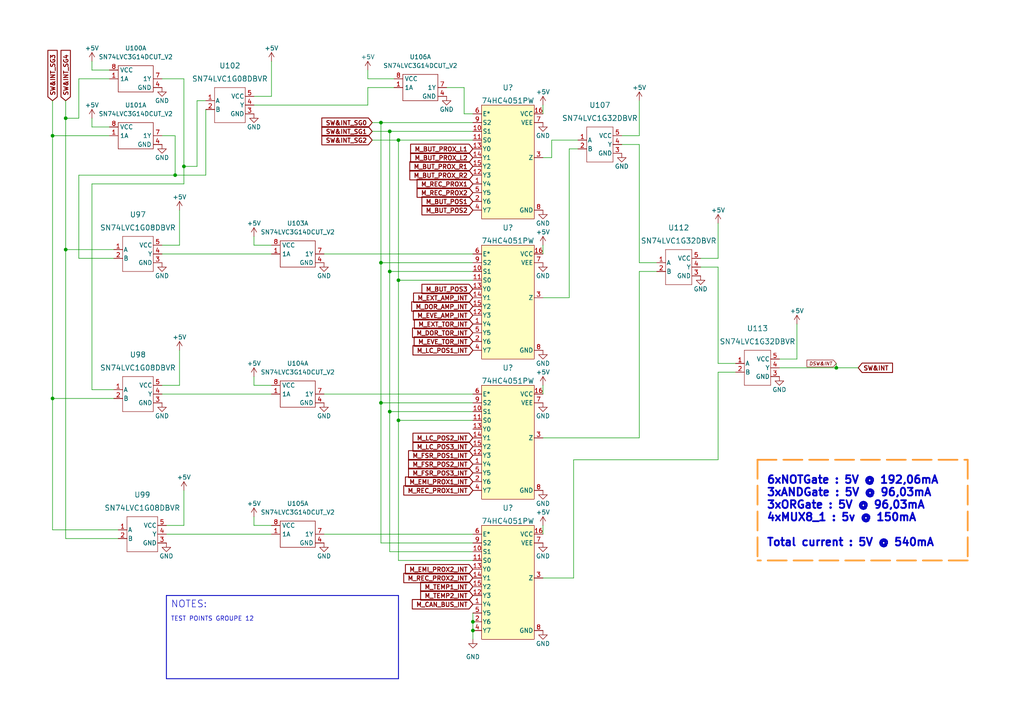
<source format=kicad_sch>
(kicad_sch (version 20211123) (generator eeschema)
  (paper "A4")
  (title_block (title "BUMBLEBEE") (date "2024-01-15") (rev "1.00") (company "ExoFlex") (comment 1 "Bumblebee"))
  (lib_symbols
    (symbol "SymLib:74HC4051PW" (pin_names (offset 0.254))
      (property "Reference" "U" (at 21.59 10.16 0))
      (property "Value" "74HC4051PW" (at 22.86 6.35 0))
      (symbol "74HC4051PW_0_0"
        (rectangle (start 15.24 5.08) (end 30.48 -27.94) (fill (type background)))
      )
      (symbol "74HC4051PW_0_1"
        (pin bidirectional line (at 12.7 -17.78 0) (length 2.54) (name "Y4") (number "1"))
        (pin input line (at 12.7 -2.54 0) (length 2.54) (name "S1") (number "10"))
        (pin input line (at 12.7 -5.08 0) (length 2.54) (name "S0") (number "11"))
        (pin bidirectional line (at 12.7 -15.24 0) (length 2.54) (name "Y3") (number "12"))
        (pin bidirectional line (at 12.7 -7.62 0) (length 2.54) (name "Y0") (number "13"))
        (pin bidirectional line (at 12.7 -10.16 0) (length 2.54) (name "Y1") (number "14"))
        (pin bidirectional line (at 12.7 -12.7 0) (length 2.54) (name "Y2") (number "15"))
        (pin power_in line (at 33.02 2.54 180) (length 2.54) (name "VCC") (number "16"))
        (pin bidirectional line (at 12.7 -22.86 0) (length 2.54) (name "Y6") (number "2"))
        (pin bidirectional line (at 33.02 -10.16 180) (length 2.54) (name "Z") (number "3"))
        (pin bidirectional line (at 12.7 -25.4 0) (length 2.54) (name "Y7") (number "4"))
        (pin bidirectional line (at 12.7 -20.32 0) (length 2.54) (name "Y5") (number "5"))
        (pin input line (at 12.7 2.54 0) (length 2.54) (name "E*") (number "6"))
        (pin power_in line (at 33.02 0 180) (length 2.54) (name "VEE") (number "7"))
        (pin power_in line (at 33.02 -25.4 180) (length 2.54) (name "GND") (number "8"))
        (pin input line (at 12.7 0 0) (length 2.54) (name "S2") (number "9"))
      )
    )
    (symbol "SymLib:SN74LVC1G08DBVR" (pin_names (offset 0.254))
      (property "Reference" "U" (at 25.4 10.16 0))
      (property "Value" "SN74LVC1G08DBVR" (at 25.4 7.62 0))
      (symbol "SN74LVC1G08DBVR_0_1"
        (polyline (pts (xy 20.32 -7.62) (xy 29.21 -7.62)) (stroke (width 0.127)))
        (polyline (pts (xy 20.32 2.54) (xy 20.32 -7.62)) (stroke (width 0.127)))
        (polyline (pts (xy 29.21 -7.62) (xy 29.21 2.54)) (stroke (width 0.127)))
        (polyline (pts (xy 29.21 2.54) (xy 20.32 2.54)) (stroke (width 0.127)))
        (pin input line (at 17.78 -1.27 0) (length 2.54) (name "A") (number "1"))
        (pin input line (at 17.78 -3.81 0) (length 2.54) (name "B") (number "2"))
        (pin power_in line (at 31.75 -5.08 180) (length 2.54) (name "GND") (number "3"))
        (pin output line (at 31.75 -2.54 180) (length 2.54) (name "Y") (number "4"))
        (pin power_in line (at 31.75 0 180) (length 2.54) (name "VCC") (number "5"))
      )
    )
    (symbol "SymLib:SN74LVC1G32DBVR" (pin_names (offset 0.254))
      (property "Reference" "U" (at 25.4 10.16 0))
      (property "Value" "SN74LVC1G32DBVR" (at 25.4 7.62 0))
      (symbol "SN74LVC1G32DBVR_0_1"
        (polyline (pts (xy 21.59 -7.62) (xy 29.21 -7.62)) (stroke (width 0.127)))
        (polyline (pts (xy 21.59 2.54) (xy 21.59 -7.62)) (stroke (width 0.127)))
        (polyline (pts (xy 29.21 -7.62) (xy 29.21 2.54)) (stroke (width 0.127)))
        (polyline (pts (xy 29.21 2.54) (xy 21.59 2.54)) (stroke (width 0.127)))
        (pin input line (at 19.05 -1.27 0) (length 2.54) (name "A") (number "1"))
        (pin input line (at 19.05 -3.81 0) (length 2.54) (name "B") (number "2"))
        (pin power_in line (at 31.75 -5.08 180) (length 2.54) (name "GND") (number "3"))
        (pin output line (at 31.75 -2.54 180) (length 2.54) (name "Y") (number "4"))
        (pin power_in line (at 31.75 0 180) (length 2.54) (name "VCC") (number "5"))
      )
    )
    (symbol "SymLib:SN74LVC3G14DCUT_V2"
      (property "Reference" "U" (at -3.81 5.08 0))
      (property "Value" "SN74LVC3G14DCUT_V2" (at 0 -5.08 0))
      (symbol "SN74LVC3G14DCUT_V2_0_1"
        (rectangle (start -5.08 -3.81) (end 5.08 -3.81))
        (rectangle (start -5.08 3.81) (end -5.08 -3.81))
        (rectangle (start -5.08 3.81) (end 5.08 3.81))
        (rectangle (start 5.08 3.81) (end 5.08 -3.81))
      )
      (symbol "SN74LVC3G14DCUT_V2_1_1"
        (pin bidirectional line (at -7.62 0 0) (length 2.54) (name "1A") (number "1"))
        (pin bidirectional line (at 7.62 -2.54 180) (length 2.54) (name "GND") (number "4"))
        (pin output line (at 7.62 0 180) (length 2.54) (name "1Y") (number "7"))
        (pin bidirectional line (at -7.62 2.54 0) (length 2.54) (name "VCC") (number "8"))
      )
      (symbol "SN74LVC3G14DCUT_V2_2_1"
        (pin bidirectional line (at -7.62 0 0) (length 2.54) (name "2A") (number "3"))
        (pin output line (at 7.62 0 180) (length 2.54) (name "2Y") (number "5"))
      )
      (symbol "SN74LVC3G14DCUT_V2_3_1"
        (pin output line (at 7.62 0 180) (length 2.54) (name "3Y") (number "2"))
        (pin bidirectional line (at -7.62 0 0) (length 2.54) (name "3A") (number "6"))
      )
    )
    (symbol "power:+5V" (power) (pin_names (offset 0))
      (property "Value" "+5V" (at 0 3.556 0))
      (symbol "+5V_0_1"
        (polyline (pts (xy -0.762 1.27) (xy 0 2.54)))
        (polyline (pts (xy 0 0) (xy 0 2.54)))
        (polyline (pts (xy 0 2.54) (xy 0.762 1.27)))
      )
      (symbol "+5V_1_1"
        (pin power_in line (at 0 0 90) (length 0) hide (name "+5V") (number "1"))
      )
    )
    (symbol "power:GND" (power) (pin_names (offset 0))
      (property "Value" "GND" (at 0 -3.81 0))
      (symbol "GND_0_1"
        (polyline (pts (xy 0 0) (xy 0 -1.27) (xy 1.27 -1.27) (xy 0 -2.54) (xy -1.27 -1.27) (xy 0 -1.27)))
      )
      (symbol "GND_1_1"
        (pin power_in line (at 0 0 270) (length 0) hide (name "GND") (number "1"))
      )
    )
  )
  (junction (at 137.16 180.34))
  (junction (at 115.57 40.64))
  (junction (at 50.8 50.8))
  (junction (at 113.03 119.38))
  (junction (at 15.24 39.37))
  (junction (at 113.03 38.1))
  (junction (at 19.05 34.29))
  (junction (at 115.57 81.28))
  (junction (at 242.57 106.68))
  (junction (at 110.49 35.56))
  (junction (at 110.49 116.84))
  (junction (at 19.05 72.39))
  (junction (at 53.34 48.26))
  (junction (at 137.16 182.88))
  (junction (at 115.57 121.92))
  (junction (at 110.49 76.2))
  (junction (at 15.24 115.57))
  (junction (at 113.03 78.74))
  (wire (pts (xy 93.98 114.3) (xy 137.16 114.3)))
  (wire (pts (xy 231.14 93.98) (xy 231.14 104.14)))
  (wire (pts (xy 53.34 53.34) (xy 26.67 53.34)))
  (wire (pts (xy 134.62 25.4) (xy 134.62 33.02)))
  (wire (pts (xy 73.66 111.76) (xy 78.74 111.76)))
  (wire (pts (xy 110.49 116.84) (xy 110.49 157.48)))
  (wire (pts (xy 15.24 39.37) (xy 15.24 115.57)))
  (wire (pts (xy 110.49 157.48) (xy 137.16 157.48)))
  (wire (pts (xy 46.99 114.3) (xy 78.74 114.3)))
  (wire (pts (xy 15.24 153.67) (xy 34.29 153.67)))
  (wire (pts (xy 26.67 113.03) (xy 33.02 113.03)))
  (polyline (pts (xy 48.26 172.72) (xy 48.26 196.85)) (stroke (width 0.25) (type solid)))
  (wire (pts (xy 73.66 30.48) (xy 106.68 30.48)))
  (wire (pts (xy 53.34 142.24) (xy 53.34 152.4)))
  (wire (pts (xy 180.34 41.91) (xy 185.42 41.91)))
  (wire (pts (xy 242.57 105.41) (xy 242.57 106.68)))
  (polyline (pts (xy 219.71 133.35) (xy 280.67 133.35)) (stroke (width 0.5) (type dash) (color 255 148 44 1)))
  (wire (pts (xy 115.57 81.28) (xy 115.57 121.92)))
  (wire (pts (xy 50.8 50.8) (xy 59.69 50.8)))
  (wire (pts (xy 19.05 34.29) (xy 19.05 72.39)))
  (wire (pts (xy 134.62 33.02) (xy 137.16 33.02)))
  (wire (pts (xy 15.24 115.57) (xy 33.02 115.57)))
  (wire (pts (xy 113.03 160.02) (xy 137.16 160.02)))
  (wire (pts (xy 46.99 22.86) (xy 53.34 22.86)))
  (wire (pts (xy 166.37 133.35) (xy 166.37 167.64)))
  (wire (pts (xy 78.74 17.78) (xy 78.74 27.94)))
  (wire (pts (xy 73.66 68.58) (xy 73.66 71.12)))
  (wire (pts (xy 22.86 22.86) (xy 31.75 22.86)))
  (wire (pts (xy 160.02 40.64) (xy 160.02 45.72)))
  (wire (pts (xy 73.66 27.94) (xy 78.74 27.94)))
  (wire (pts (xy 52.07 101.6) (xy 52.07 111.76)))
  (wire (pts (xy 113.03 38.1) (xy 113.03 78.74)))
  (wire (pts (xy 26.67 36.83) (xy 31.75 36.83)))
  (wire (pts (xy 22.86 50.8) (xy 22.86 74.93)))
  (wire (pts (xy 106.68 20.32) (xy 106.68 22.86)))
  (wire (pts (xy 113.03 78.74) (xy 113.03 119.38)))
  (wire (pts (xy 208.28 77.47) (xy 208.28 105.41)))
  (wire (pts (xy 73.66 71.12) (xy 78.74 71.12)))
  (wire (pts (xy 26.67 17.78) (xy 26.67 20.32)))
  (wire (pts (xy 22.86 50.8) (xy 50.8 50.8)))
  (wire (pts (xy 203.2 74.93) (xy 208.28 74.93)))
  (wire (pts (xy 185.42 78.74) (xy 185.42 127)))
  (wire (pts (xy 137.16 180.34) (xy 137.16 182.88)))
  (wire (pts (xy 19.05 72.39) (xy 33.02 72.39)))
  (wire (pts (xy 53.34 22.86) (xy 53.34 48.26)))
  (wire (pts (xy 52.07 60.96) (xy 52.07 71.12)))
  (wire (pts (xy 50.8 39.37) (xy 50.8 50.8)))
  (wire (pts (xy 129.54 25.4) (xy 134.62 25.4)))
  (wire (pts (xy 107.95 38.1) (xy 113.03 38.1)))
  (wire (pts (xy 26.67 20.32) (xy 31.75 20.32)))
  (wire (pts (xy 226.06 106.68) (xy 242.57 106.68)))
  (wire (pts (xy 46.99 73.66) (xy 78.74 73.66)))
  (wire (pts (xy 19.05 72.39) (xy 19.05 156.21)))
  (wire (pts (xy 213.36 107.95) (xy 208.28 107.95)))
  (wire (pts (xy 57.15 48.26) (xy 53.34 48.26)))
  (wire (pts (xy 157.48 111.76) (xy 157.48 114.3)))
  (polyline (pts (xy 115.57 172.72) (xy 115.57 196.85)) (stroke (width 0.25) (type solid)))
  (wire (pts (xy 137.16 177.8) (xy 137.16 180.34)))
  (wire (pts (xy 59.69 29.21) (xy 57.15 29.21)))
  (polyline (pts (xy 280.67 133.35) (xy 280.67 162.56)) (stroke (width 0.5) (type dash) (color 255 148 44 1)))
  (wire (pts (xy 93.98 73.66) (xy 137.16 73.66)))
  (wire (pts (xy 57.15 29.21) (xy 57.15 48.26)))
  (wire (pts (xy 110.49 76.2) (xy 110.49 116.84)))
  (wire (pts (xy 157.48 71.12) (xy 157.48 73.66)))
  (wire (pts (xy 157.48 152.4) (xy 157.48 154.94)))
  (wire (pts (xy 208.28 107.95) (xy 208.28 133.35)))
  (wire (pts (xy 203.2 77.47) (xy 208.28 77.47)))
  (wire (pts (xy 115.57 121.92) (xy 137.16 121.92)))
  (wire (pts (xy 26.67 53.34) (xy 26.67 113.03)))
  (wire (pts (xy 110.49 35.56) (xy 110.49 76.2)))
  (wire (pts (xy 226.06 104.14) (xy 231.14 104.14)))
  (wire (pts (xy 115.57 40.64) (xy 115.57 81.28)))
  (wire (pts (xy 165.1 43.18) (xy 165.1 86.36)))
  (wire (pts (xy 113.03 119.38) (xy 137.16 119.38)))
  (wire (pts (xy 106.68 22.86) (xy 114.3 22.86)))
  (wire (pts (xy 160.02 45.72) (xy 157.48 45.72)))
  (wire (pts (xy 137.16 182.88) (xy 137.16 185.42)))
  (wire (pts (xy 26.67 34.29) (xy 26.67 36.83)))
  (wire (pts (xy 107.95 35.56) (xy 110.49 35.56)))
  (wire (pts (xy 110.49 35.56) (xy 137.16 35.56)))
  (wire (pts (xy 59.69 50.8) (xy 59.69 31.75)))
  (wire (pts (xy 22.86 22.86) (xy 22.86 34.29)))
  (polyline (pts (xy 280.67 162.56) (xy 219.71 162.56)) (stroke (width 0.5) (type dash) (color 255 148 44 1)))
  (wire (pts (xy 110.49 76.2) (xy 137.16 76.2)))
  (wire (pts (xy 242.57 106.68) (xy 248.92 106.68)))
  (wire (pts (xy 19.05 29.21) (xy 19.05 34.29)))
  (wire (pts (xy 46.99 71.12) (xy 52.07 71.12)))
  (wire (pts (xy 157.48 127) (xy 185.42 127)))
  (wire (pts (xy 208.28 105.41) (xy 213.36 105.41)))
  (wire (pts (xy 22.86 74.93) (xy 33.02 74.93)))
  (wire (pts (xy 208.28 133.35) (xy 166.37 133.35)))
  (wire (pts (xy 106.68 25.4) (xy 114.3 25.4)))
  (wire (pts (xy 167.64 43.18) (xy 165.1 43.18)))
  (wire (pts (xy 190.5 78.74) (xy 185.42 78.74)))
  (wire (pts (xy 107.95 40.64) (xy 115.57 40.64)))
  (polyline (pts (xy 219.71 133.35) (xy 219.71 162.56)) (stroke (width 0.5) (type dash) (color 255 148 44 1)))
  (wire (pts (xy 165.1 86.36) (xy 157.48 86.36)))
  (wire (pts (xy 185.42 29.21) (xy 185.42 39.37)))
  (wire (pts (xy 46.99 111.76) (xy 52.07 111.76)))
  (wire (pts (xy 73.66 152.4) (xy 78.74 152.4)))
  (wire (pts (xy 15.24 115.57) (xy 15.24 153.67)))
  (wire (pts (xy 208.28 64.77) (xy 208.28 74.93)))
  (wire (pts (xy 53.34 48.26) (xy 53.34 53.34)))
  (wire (pts (xy 19.05 156.21) (xy 34.29 156.21)))
  (wire (pts (xy 15.24 29.21) (xy 15.24 39.37)))
  (wire (pts (xy 115.57 162.56) (xy 137.16 162.56)))
  (wire (pts (xy 115.57 40.64) (xy 137.16 40.64)))
  (wire (pts (xy 113.03 38.1) (xy 137.16 38.1)))
  (wire (pts (xy 113.03 119.38) (xy 113.03 160.02)))
  (wire (pts (xy 137.16 78.74) (xy 113.03 78.74)))
  (wire (pts (xy 73.66 149.86) (xy 73.66 152.4)))
  (polyline (pts (xy 48.26 172.72) (xy 115.57 172.72)) (stroke (width 0.25) (type solid)))
  (wire (pts (xy 115.57 121.92) (xy 115.57 162.56)))
  (wire (pts (xy 22.86 34.29) (xy 19.05 34.29)))
  (wire (pts (xy 110.49 116.84) (xy 137.16 116.84)))
  (wire (pts (xy 48.26 152.4) (xy 53.34 152.4)))
  (wire (pts (xy 48.26 154.94) (xy 78.74 154.94)))
  (wire (pts (xy 73.66 109.22) (xy 73.66 111.76)))
  (wire (pts (xy 157.48 30.48) (xy 157.48 33.02)))
  (wire (pts (xy 167.64 40.64) (xy 160.02 40.64)))
  (wire (pts (xy 15.24 39.37) (xy 31.75 39.37)))
  (wire (pts (xy 166.37 167.64) (xy 157.48 167.64)))
  (wire (pts (xy 115.57 81.28) (xy 137.16 81.28)))
  (wire (pts (xy 185.42 76.2) (xy 190.5 76.2)))
  (wire (pts (xy 46.99 39.37) (xy 50.8 39.37)))
  (wire (pts (xy 93.98 154.94) (xy 137.16 154.94)))
  (wire (pts (xy 106.68 30.48) (xy 106.68 25.4)))
  (wire (pts (xy 185.42 41.91) (xy 185.42 76.2)))
  (polyline (pts (xy 115.57 196.85) (xy 48.26 196.85)) (stroke (width 0.25) (type solid)))
  (wire (pts (xy 180.34 39.37) (xy 185.42 39.37)))
  (text "TEST POINTS GROUPE 12" (at 49.53 180.34 0) (effects (font (size 1.27 1.27)) (justify left bottom)))
  (text "6xNOTGate : 5V @ 192,06mA\n3xANDGate : 5V @ 96,03mA\n3xORGate : 5V @ 96,03mA\n4xMUX8_1 : 5v @ 150mA\n\nTotal current : 5V @ 540mA" (at 222.25 158.75 0) (effects (font (size 2.25 2.25) (thickness 0.5) bold) (justify left bottom)))
  (text "NOTES:" (at 49.53 176.53 0) (effects (font (size 2 2)) (justify left bottom)))
  (global_label "DSW&INT" (shape input) (at 242.57 105.41 180) (effects (font (size 1 1) italic)) (property "Intersheet References" "${INTERSHEET_REFS}" (effects hide)))
  (global_label "M_LC_POS1_INT" (shape input) (at 137.16 101.6 180) (effects (font bold)) (property "Intersheet References" "${INTERSHEET_REFS}" (effects hide)))
  (global_label "M_EMI_PROX2_INT" (shape input) (at 137.16 165.1 180) (effects (font bold)) (property "Intersheet References" "${INTERSHEET_REFS}" (effects hide)))
  (global_label "M_TEMP2_INT" (shape input) (at 137.16 172.72 180) (effects (font bold)) (property "Intersheet References" "${INTERSHEET_REFS}" (effects hide)))
  (global_label "M_REC_PROX1" (shape input) (at 137.16 53.34 180) (effects (font (thickness 0.254) bold)) (property "Intersheet References" "${INTERSHEET_REFS}" (effects hide)))
  (global_label "M_DOR_TOR_INT" (shape input) (at 137.16 96.52 180) (effects (font (thickness 0.254) bold)) (property "Intersheet References" "${INTERSHEET_REFS}" (effects hide)))
  (global_label "SW&INT_SG2" (shape input) (at 107.95 40.64 180) (effects (font (thickness 0.254) bold)) (property "Intersheet References" "${INTERSHEET_REFS}" (effects hide)))
  (global_label "M_TEMP1_INT" (shape input) (at 137.16 170.18 180) (effects (font bold)) (property "Intersheet References" "${INTERSHEET_REFS}" (effects hide)))
  (global_label "SW&INT_SG3" (shape input) (at 15.24 29.21 90) (effects (font (thickness 0.254) bold)) (property "Intersheet References" "${INTERSHEET_REFS}" (effects hide)))
  (global_label "M_REC_PROX1_INT" (shape input) (at 137.16 142.24 180) (effects (font bold)) (property "Intersheet References" "${INTERSHEET_REFS}" (effects hide)))
  (global_label "M_LC_POS3_INT" (shape input) (at 137.16 129.54 180) (effects (font bold)) (property "Intersheet References" "${INTERSHEET_REFS}" (effects hide)))
  (global_label "SW&INT_SG0" (shape input) (at 107.95 35.56 180) (effects (font (thickness 0.254) bold)) (property "Intersheet References" "${INTERSHEET_REFS}" (effects hide)))
  (global_label "M_EXT_AMP_INT" (shape input) (at 137.16 86.36 180) (effects (font (thickness 0.254) bold)) (property "Intersheet References" "${INTERSHEET_REFS}" (effects hide)))
  (global_label "M_LC_POS2_INT" (shape input) (at 137.16 127 180) (effects (font bold)) (property "Intersheet References" "${INTERSHEET_REFS}" (effects hide)))
  (global_label "M_REC_PROX2_INT" (shape input) (at 137.16 167.64 180) (effects (font bold)) (property "Intersheet References" "${INTERSHEET_REFS}" (effects hide)))
  (global_label "M_FSR_POS1_INT" (shape input) (at 137.16 132.08 180) (effects (font (thickness 0.254) bold)) (property "Intersheet References" "${INTERSHEET_REFS}" (effects hide)))
  (global_label "M_EXT_TOR_INT" (shape input) (at 137.16 93.98 180) (effects (font (thickness 0.254) bold)) (property "Intersheet References" "${INTERSHEET_REFS}" (effects hide)))
  (global_label "SW&INT" (shape input) (at 248.92 106.68 0) (effects (font (thickness 0.254) bold)) (property "Intersheet References" "${INTERSHEET_REFS}" (effects hide)))
  (global_label "M_EVE_AMP_INT" (shape input) (at 137.16 91.44 180) (effects (font (thickness 0.254) bold)) (property "Intersheet References" "${INTERSHEET_REFS}" (effects hide)))
  (global_label "M_EMI_PROX1_INT" (shape input) (at 137.16 139.7 180) (effects (font bold)) (property "Intersheet References" "${INTERSHEET_REFS}" (effects hide)))
  (global_label "M_BUT_PROX_R1" (shape input) (at 137.16 48.26 180) (effects (font (thickness 0.254) bold)) (property "Intersheet References" "${INTERSHEET_REFS}" (effects hide)))
  (global_label "M_EVE_TOR_INT" (shape input) (at 137.16 99.06 180) (effects (font (thickness 0.254) bold)) (property "Intersheet References" "${INTERSHEET_REFS}" (effects hide)))
  (global_label "M_REC_PROX2" (shape input) (at 137.16 55.88 180) (effects (font (thickness 0.254) bold)) (property "Intersheet References" "${INTERSHEET_REFS}" (effects hide)))
  (global_label "M_BUT_PROX_R2" (shape input) (at 137.16 50.8 180) (effects (font (thickness 0.254) bold)) (property "Intersheet References" "${INTERSHEET_REFS}" (effects hide)))
  (global_label "M_FSR_POS2_INT" (shape input) (at 137.16 134.62 180) (effects (font (thickness 0.254) bold)) (property "Intersheet References" "${INTERSHEET_REFS}" (effects hide)))
  (global_label "M_BUT_POS3" (shape input) (at 137.16 83.82 180) (effects (font (thickness 0.254) bold)) (property "Intersheet References" "${INTERSHEET_REFS}" (effects hide)))
  (global_label "SW&INT_SG4" (shape input) (at 19.05 29.21 90) (effects (font (thickness 0.254) bold)) (property "Intersheet References" "${INTERSHEET_REFS}" (effects hide)))
  (global_label "M_FSR_POS3_INT" (shape input) (at 137.16 137.16 180) (effects (font (thickness 0.254) bold)) (property "Intersheet References" "${INTERSHEET_REFS}" (effects hide)))
  (global_label "M_DOR_AMP_INT" (shape input) (at 137.16 88.9 180) (effects (font (thickness 0.254) bold)) (property "Intersheet References" "${INTERSHEET_REFS}" (effects hide)))
  (global_label "M_BUT_PROX_L2" (shape input) (at 137.16 45.72 180) (effects (font (thickness 0.254) bold)) (property "Intersheet References" "${INTERSHEET_REFS}" (effects hide)))
  (global_label "M_CAN_BUS_INT" (shape input) (at 137.16 175.26 180) (effects (font bold)) (property "Intersheet References" "${INTERSHEET_REFS}" (effects hide)))
  (global_label "M_BUT_POS1" (shape input) (at 137.16 58.42 180) (effects (font (thickness 0.254) bold)) (property "Intersheet References" "${INTERSHEET_REFS}" (effects hide)))
  (global_label "M_BUT_PROX_L1" (shape input) (at 137.16 43.18 180) (effects (font (thickness 0.254) bold)) (property "Intersheet References" "${INTERSHEET_REFS}" (effects hide)))
  (global_label "SW&INT_SG1" (shape input) (at 107.95 38.1 180) (effects (font (thickness 0.254) bold)) (property "Intersheet References" "${INTERSHEET_REFS}" (effects hide)))
  (global_label "M_BUT_POS2" (shape input) (at 137.16 60.96 180) (effects (font (thickness 0.254) bold)) (property "Intersheet References" "${INTERSHEET_REFS}" (effects hide)))
  (symbol (lib_id "power:+5V") (at 106.68 20.32 0) (unit 1)
    (property "Reference" "#PWR0491" (effects hide))
    (property "Value" "+5V" (at 106.68 16.51 0))
  )
  (symbol (lib_id "power:GND") (at 157.48 35.56 0) (unit 1)
    (property "Reference" "#PWR?" (effects hide))
    (property "Value" "GND" (at 157.48 39.37 0))
  )
  (symbol (lib_id "power:GND") (at 203.2 80.01 0) (unit 1)
    (property "Reference" "#PWR0504" (effects hide))
    (property "Value" "GND" (at 203.2 83.82 0))
  )
  (symbol (lib_id "SymLib:SN74LVC3G14DCUT_V2") (at 121.92 25.4 0) (unit 1)
    (property "Reference" "U106" (at 121.92 16.51 0))
    (property "Value" "SN74LVC3G14DCUT_V2" (at 121.92 19.05 0))
    (property "Footprint" "FootPrint:SN74LVC3G14DCUT" (effects hide))
  )
  (symbol (lib_id "SymLib:SN74LVC1G08DBVR") (at 16.51 152.4 0) (unit 1)
    (property "Reference" "U99" (at 41.275 143.51 0) (effects (font (size 1.524 1.524))))
    (property "Value" "SN74LVC1G08DBVR" (at 41.275 147.32 0) (effects (font (size 1.524 1.524))))
    (property "Footprint" "FootPrint:SOT95P270X145-5N" (effects hide))
  )
  (symbol (lib_id "power:+5V") (at 157.48 30.48 0) (unit 1)
    (property "Reference" "#PWR0495" (effects hide))
    (property "Value" "+5V" (at 157.48 26.67 0))
  )
  (symbol (lib_id "power:GND") (at 93.98 157.48 0) (unit 1)
    (property "Reference" "#PWR0490" (effects hide))
    (property "Value" "GND" (at 93.98 161.29 0))
  )
  (symbol (lib_id "power:+5V") (at 52.07 60.96 0) (unit 1)
    (property "Reference" "#PWR0480" (effects hide))
    (property "Value" "+5V" (at 52.07 57.15 0))
  )
  (symbol (lib_id "power:GND") (at 93.98 116.84 0) (unit 1)
    (property "Reference" "#PWR0489" (effects hide))
    (property "Value" "GND" (at 93.98 120.65 0))
  )
  (symbol (lib_id "power:GND") (at 157.48 101.6 0) (unit 1)
    (property "Reference" "#PWR0497" (effects hide))
    (property "Value" "GND" (at 157.48 105.41 0))
  )
  (symbol (lib_id "SymLib:74HC4051PW") (at 124.46 157.48 0) (unit 1)
    (property "Reference" "U?" (at 147.32 147.32 0) (effects (font (size 1.524 1.524))))
    (property "Value" "74HC4051PW" (at 147.32 151.13 0) (effects (font (size 1.524 1.524))))
    (property "Footprint" "FootPrint:SOT403-1_NXP" (effects hide))
    (property "Datasheet" "74HC4051PW" (effects hide))
  )
  (symbol (lib_id "power:GND") (at 46.99 41.91 0) (unit 1)
    (property "Reference" "#PWR0476" (effects hide))
    (property "Value" "GND" (at 46.99 45.72 0))
  )
  (symbol (lib_id "power:GND") (at 157.48 142.24 0) (unit 1)
    (property "Reference" "#PWR0499" (effects hide))
    (property "Value" "GND" (at 157.48 146.05 0))
  )
  (symbol (lib_id "power:+5V") (at 52.07 101.6 0) (unit 1)
    (property "Reference" "#PWR0481" (effects hide))
    (property "Value" "+5V" (at 52.07 97.79 0))
  )
  (symbol (lib_id "SymLib:SN74LVC3G14DCUT_V2") (at 86.36 114.3 0) (unit 1)
    (property "Reference" "U104" (at 86.36 105.41 0))
    (property "Value" "SN74LVC3G14DCUT_V2" (at 86.36 107.95 0))
    (property "Footprint" "FootPrint:SN74LVC3G14DCUT" (effects hide))
  )
  (symbol (lib_id "power:GND") (at 46.99 76.2 0) (unit 1)
    (property "Reference" "#PWR0477" (effects hide))
    (property "Value" "GND" (at 46.99 80.01 0))
  )
  (symbol (lib_id "power:+5V") (at 73.66 109.22 0) (unit 1)
    (property "Reference" "#PWR0485" (effects hide))
    (property "Value" "+5V" (at 73.66 105.41 0))
  )
  (symbol (lib_id "SymLib:74HC4051PW") (at 124.46 35.56 0) (unit 1)
    (property "Reference" "U?" (at 147.32 25.4 0) (effects (font (size 1.524 1.524))))
    (property "Value" "74HC4051PW" (at 147.32 29.21 0) (effects (font (size 1.524 1.524))))
    (property "Footprint" "FootPrint:SOT403-1_NXP" (effects hide))
    (property "Datasheet" "74HC4051PW" (effects hide))
  )
  (symbol (lib_id "power:GND") (at 157.48 116.84 0) (unit 1)
    (property "Reference" "#PWR?" (effects hide))
    (property "Value" "GND" (at 157.48 120.65 0))
  )
  (symbol (lib_id "SymLib:SN74LVC1G08DBVR") (at 41.91 27.94 0) (unit 1)
    (property "Reference" "U102" (at 66.675 19.05 0) (effects (font (size 1.524 1.524))))
    (property "Value" "SN74LVC1G08DBVR" (at 66.675 22.86 0) (effects (font (size 1.524 1.524))))
    (property "Footprint" "FootPrint:SOT95P270X145-5N" (effects hide))
  )
  (symbol (lib_id "power:GND") (at 129.54 27.94 0) (unit 1)
    (property "Reference" "#PWR0492" (effects hide))
    (property "Value" "GND" (at 129.54 31.75 0))
  )
  (symbol (lib_id "power:GND") (at 157.48 60.96 0) (unit 1)
    (property "Reference" "#PWR0494" (effects hide))
    (property "Value" "GND" (at 157.48 64.77 0))
  )
  (symbol (lib_id "SymLib:SN74LVC1G32DBVR") (at 171.45 74.93 0) (unit 1)
    (property "Reference" "U112" (at 196.85 66.04 0) (effects (font (size 1.524 1.524))))
    (property "Value" "SN74LVC1G32DBVR" (at 196.85 69.85 0) (effects (font (size 1.524 1.524))))
    (property "Footprint" "FootPrint:SOT95P270X145-5N" (effects hide))
  )
  (symbol (lib_id "SymLib:SN74LVC3G14DCUT_V2") (at 86.36 154.94 0) (unit 1)
    (property "Reference" "U105" (at 86.36 146.05 0))
    (property "Value" "SN74LVC3G14DCUT_V2" (at 86.36 148.59 0))
    (property "Footprint" "FootPrint:SN74LVC3G14DCUT" (effects hide))
  )
  (symbol (lib_id "power:GND") (at 157.48 76.2 0) (unit 1)
    (property "Reference" "#PWR?" (effects hide))
    (property "Value" "GND" (at 157.48 80.01 0))
  )
  (symbol (lib_id "SymLib:74HC4051PW") (at 124.46 76.2 0) (unit 1)
    (property "Reference" "U?" (at 147.32 66.04 0) (effects (font (size 1.524 1.524))))
    (property "Value" "74HC4051PW" (at 147.32 69.85 0) (effects (font (size 1.524 1.524))))
    (property "Footprint" "FootPrint:SOT403-1_NXP" (effects hide))
    (property "Datasheet" "74HC4051PW" (effects hide))
  )
  (symbol (lib_id "SymLib:SN74LVC1G08DBVR") (at 15.24 71.12 0) (unit 1)
    (property "Reference" "U97" (at 40.005 62.23 0) (effects (font (size 1.524 1.524))))
    (property "Value" "SN74LVC1G08DBVR" (at 40.005 66.04 0) (effects (font (size 1.524 1.524))))
    (property "Footprint" "FootPrint:SOT95P270X145-5N" (effects hide))
  )
  (symbol (lib_id "power:GND") (at 137.16 185.42 0) (unit 1)
    (property "Reference" "#PWR0493" (effects hide))
    (property "Value" "GND" (at 137.16 190.5 0))
  )
  (symbol (lib_id "power:+5V") (at 157.48 152.4 0) (unit 1)
    (property "Reference" "#PWR0500" (effects hide))
    (property "Value" "+5V" (at 157.48 148.59 0))
  )
  (symbol (lib_id "power:+5V") (at 157.48 111.76 0) (unit 1)
    (property "Reference" "#PWR0498" (effects hide))
    (property "Value" "+5V" (at 157.48 107.95 0))
  )
  (symbol (lib_id "power:GND") (at 46.99 116.84 0) (unit 1)
    (property "Reference" "#PWR0478" (effects hide))
    (property "Value" "GND" (at 46.99 120.65 0))
  )
  (symbol (lib_id "power:+5V") (at 157.48 71.12 0) (unit 1)
    (property "Reference" "#PWR0496" (effects hide))
    (property "Value" "+5V" (at 157.48 67.31 0))
  )
  (symbol (lib_id "power:+5V") (at 78.74 17.78 0) (unit 1)
    (property "Reference" "#PWR0487" (effects hide))
    (property "Value" "+5V" (at 78.74 13.97 0))
  )
  (symbol (lib_id "power:GND") (at 180.34 44.45 0) (unit 1)
    (property "Reference" "#PWR0502" (effects hide))
    (property "Value" "GND" (at 180.34 48.26 0))
  )
  (symbol (lib_id "power:+5V") (at 26.67 34.29 0) (unit 1)
    (property "Reference" "#PWR0474" (effects hide))
    (property "Value" "+5V" (at 26.67 30.48 0))
  )
  (symbol (lib_id "SymLib:SN74LVC3G14DCUT_V2") (at 86.36 73.66 0) (unit 1)
    (property "Reference" "U103" (at 86.36 64.77 0))
    (property "Value" "SN74LVC3G14DCUT_V2" (at 86.36 67.31 0))
    (property "Footprint" "FootPrint:SN74LVC3G14DCUT" (effects hide))
  )
  (symbol (lib_id "SymLib:SN74LVC3G14DCUT_V2") (at 39.37 39.37 0) (unit 1)
    (property "Reference" "U101" (at 39.37 30.48 0))
    (property "Value" "SN74LVC3G14DCUT_V2" (at 39.37 33.02 0))
    (property "Footprint" "FootPrint:SN74LVC3G14DCUT" (effects hide))
  )
  (symbol (lib_id "SymLib:SN74LVC1G32DBVR") (at 194.31 104.14 0) (unit 1)
    (property "Reference" "U113" (at 219.71 95.25 0) (effects (font (size 1.524 1.524))))
    (property "Value" "SN74LVC1G32DBVR" (at 219.71 99.06 0) (effects (font (size 1.524 1.524))))
    (property "Footprint" "FootPrint:SOT95P270X145-5N" (effects hide))
  )
  (symbol (lib_id "power:+5V") (at 231.14 93.98 0) (unit 1)
    (property "Reference" "#PWR0507" (effects hide))
    (property "Value" "+5V" (at 231.14 90.17 0))
  )
  (symbol (lib_id "power:+5V") (at 73.66 68.58 0) (unit 1)
    (property "Reference" "#PWR0484" (effects hide))
    (property "Value" "+5V" (at 73.66 64.77 0))
  )
  (symbol (lib_id "SymLib:SN74LVC1G08DBVR") (at 15.24 111.76 0) (unit 1)
    (property "Reference" "U98" (at 40.005 102.87 0) (effects (font (size 1.524 1.524))))
    (property "Value" "SN74LVC1G08DBVR" (at 40.005 106.68 0) (effects (font (size 1.524 1.524))))
    (property "Footprint" "FootPrint:SOT95P270X145-5N" (effects hide))
  )
  (symbol (lib_id "power:GND") (at 73.66 33.02 0) (unit 1)
    (property "Reference" "#PWR0483" (effects hide))
    (property "Value" "GND" (at 73.66 36.83 0))
  )
  (symbol (lib_id "power:+5V") (at 185.42 29.21 0) (unit 1)
    (property "Reference" "#PWR0503" (effects hide))
    (property "Value" "+5V" (at 185.42 25.4 0))
  )
  (symbol (lib_id "power:GND") (at 93.98 76.2 0) (unit 1)
    (property "Reference" "#PWR0488" (effects hide))
    (property "Value" "GND" (at 93.98 80.01 0))
  )
  (symbol (lib_id "power:GND") (at 157.48 182.88 0) (unit 1)
    (property "Reference" "#PWR0501" (effects hide))
    (property "Value" "GND" (at 157.48 186.69 0))
  )
  (symbol (lib_id "power:GND") (at 48.26 157.48 0) (unit 1)
    (property "Reference" "#PWR0479" (effects hide))
    (property "Value" "GND" (at 48.26 161.29 0))
  )
  (symbol (lib_id "SymLib:SN74LVC1G32DBVR") (at 148.59 39.37 0) (unit 1)
    (property "Reference" "U107" (at 173.99 30.48 0) (effects (font (size 1.524 1.524))))
    (property "Value" "SN74LVC1G32DBVR" (at 173.99 34.29 0) (effects (font (size 1.524 1.524))))
    (property "Footprint" "FootPrint:SOT95P270X145-5N" (effects hide))
  )
  (symbol (lib_id "SymLib:SN74LVC3G14DCUT_V2") (at 39.37 22.86 0) (unit 1)
    (property "Reference" "U100" (at 39.37 13.97 0))
    (property "Value" "SN74LVC3G14DCUT_V2" (at 39.37 16.51 0))
    (property "Footprint" "FootPrint:SN74LVC3G14DCUT" (effects hide))
  )
  (symbol (lib_id "power:GND") (at 46.99 25.4 0) (unit 1)
    (property "Reference" "#PWR0475" (effects hide))
    (property "Value" "GND" (at 46.99 29.21 0))
  )
  (symbol (lib_id "power:+5V") (at 208.28 64.77 0) (unit 1)
    (property "Reference" "#PWR0505" (effects hide))
    (property "Value" "+5V" (at 208.28 60.96 0))
  )
  (symbol (lib_id "power:+5V") (at 73.66 149.86 0) (unit 1)
    (property "Reference" "#PWR0486" (effects hide))
    (property "Value" "+5V" (at 73.66 146.05 0))
  )
  (symbol (lib_id "power:GND") (at 157.48 157.48 0) (unit 1)
    (property "Reference" "#PWR?" (effects hide))
    (property "Value" "GND" (at 157.48 161.29 0))
  )
  (symbol (lib_id "power:+5V") (at 26.67 17.78 0) (unit 1)
    (property "Reference" "#PWR0450" (effects hide))
    (property "Value" "+5V" (at 26.67 13.97 0))
  )
  (symbol (lib_id "power:GND") (at 226.06 109.22 0) (unit 1)
    (property "Reference" "#PWR0506" (effects hide))
    (property "Value" "GND" (at 226.06 113.03 0))
  )
  (symbol (lib_id "power:+5V") (at 53.34 142.24 0) (unit 1)
    (property "Reference" "#PWR0482" (effects hide))
    (property "Value" "+5V" (at 53.34 138.43 0))
  )
  (symbol (lib_id "SymLib:74HC4051PW") (at 124.46 116.84 0) (unit 1)
    (property "Reference" "U?" (at 147.32 106.68 0) (effects (font (size 1.524 1.524))))
    (property "Value" "74HC4051PW" (at 147.32 110.49 0) (effects (font (size 1.524 1.524))))
    (property "Footprint" "FootPrint:SOT403-1_NXP" (effects hide))
    (property "Datasheet" "74HC4051PW" (effects hide))
  )
)
</source>
